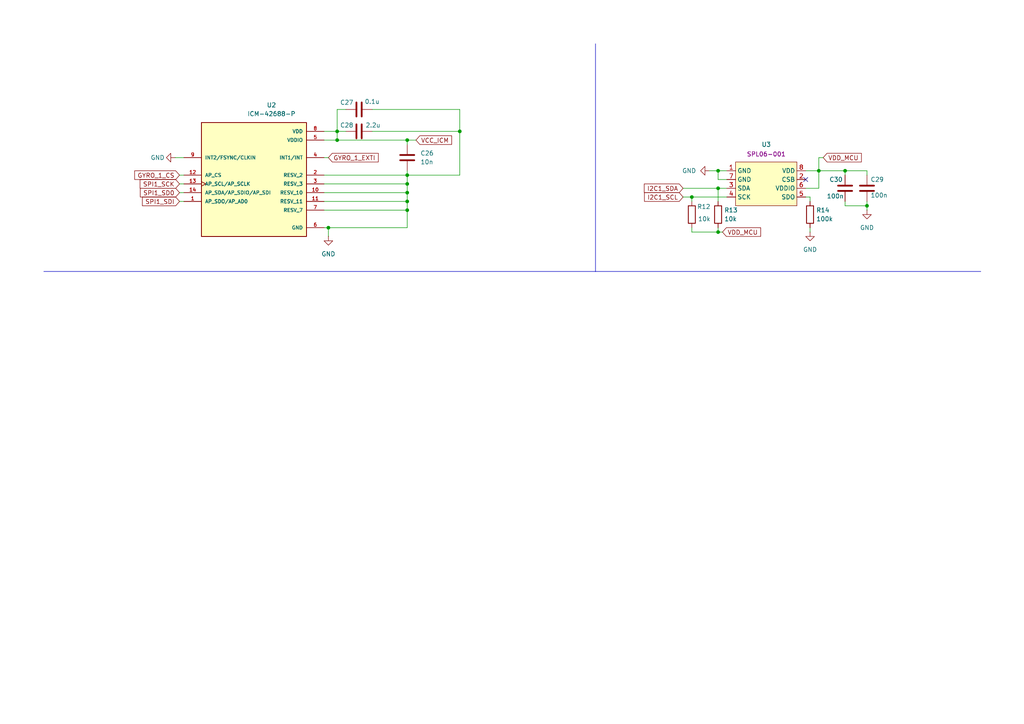
<source format=kicad_sch>
(kicad_sch (version 20250114) (generator "eeschema") (generator_version "9.0")
  (paper "A4")
  (lib_symbols
    (symbol "Device:C" (pin_numbers (hide yes)) (pin_names (offset 0.254))
      (property "Reference" "C" (at 0.635 2.54 0))
      (property "Value" "C" (at 0.635 -2.54 0))
      (symbol "C_0_1"
        (polyline (pts (xy -2.032 0.762) (xy 2.032 0.762)) (stroke (width 0.508)))
        (polyline (pts (xy -2.032 -0.762) (xy 2.032 -0.762)) (stroke (width 0.508)))
      )
      (symbol "C_1_1"
        (pin passive line (at 0 3.81 270) (length 2.794) (name "~") (number "1"))
        (pin passive line (at 0 -3.81 90) (length 2.794) (name "~") (number "2"))
      )
    )
    (symbol "Device:R" (pin_numbers (hide yes)) (pin_names (offset 0))
      (property "Reference" "R" (at 2.032 0 90))
      (property "Value" "R" (at 0 0 90))
      (symbol "R_0_1"
        (rectangle (start -1.016 -2.54) (end 1.016 2.54) (stroke (width 0.254)))
      )
      (symbol "R_1_1"
        (pin passive line (at 0 3.81 270) (length 1.27) (name "~") (number "1"))
        (pin passive line (at 0 -3.81 90) (length 1.27) (name "~") (number "2"))
      )
    )
    (symbol "fcg4:ICM-42688-P" (pin_names (offset 1.016))
      (property "Reference" "U" (at -20.32 16.002 0))
      (property "Value" "ICM-42688-P" (at -20.32 -20.32 0))
      (symbol "ICM-42688-P_0_0"
        (rectangle (start -20.32 15.24) (end 10.16 -17.78) (stroke (width 0.254)) (fill (type background)))
        (pin bidirectional line (at -25.4 5.08 0) (length 5.08) (name "INT2/FSYNC/CLKIN") (number "9"))
        (pin input line (at -25.4 0 0) (length 5.08) (name "AP_CS") (number "12"))
        (pin input clock (at -25.4 -2.54 0) (length 5.08) (name "AP_SCL/AP_SCLK") (number "13"))
        (pin bidirectional line (at -25.4 -5.08 0) (length 5.08) (name "AP_SDA/AP_SDIO/AP_SDI") (number "14"))
        (pin bidirectional line (at -25.4 -7.62 0) (length 5.08) (name "AP_SDO/AP_AD0") (number "1"))
        (pin power_in line (at 15.24 12.7 180) (length 5.08) (name "VDD") (number "8"))
        (pin power_in line (at 15.24 10.16 180) (length 5.08) (name "VDDIO") (number "5"))
        (pin output line (at 15.24 5.08 180) (length 5.08) (name "INT1/INT") (number "4"))
        (pin passive line (at 15.24 0 180) (length 5.08) (name "RESV_2") (number "2"))
        (pin passive line (at 15.24 -2.54 180) (length 5.08) (name "RESV_3") (number "3"))
        (pin passive line (at 15.24 -5.08 180) (length 5.08) (name "RESV_10") (number "10"))
        (pin passive line (at 15.24 -7.62 180) (length 5.08) (name "RESV_11") (number "11"))
        (pin passive line (at 15.24 -10.16 180) (length 5.08) (name "RESV_7") (number "7"))
        (pin power_in line (at 15.24 -15.24 180) (length 5.08) (name "GND") (number "6"))
      )
    )
    (symbol "fcg4:SPL06-001"
      (property "Reference" "U" (at 0 0 0))
      (symbol "SPL06-001_1_0"
        (rectangle (start -8.89 6.35) (end 8.89 -6.35) (fill (type background)))
        (pin unspecified line (at -11.43 3.81 0) (length 2.54) (name "GND") (number "1"))
        (pin unspecified line (at -11.43 1.27 0) (length 2.54) (name "GND") (number "7"))
        (pin unspecified line (at -11.43 -1.27 0) (length 2.54) (name "SDA") (number "3"))
        (pin unspecified line (at -11.43 -3.81 0) (length 2.54) (name "SCK") (number "4"))
        (pin unspecified line (at 11.43 3.81 180) (length 2.54) (name "VDD") (number "8"))
        (pin unspecified line (at 11.43 1.27 180) (length 2.54) (name "CSB") (number "2"))
        (pin unspecified line (at 11.43 -1.27 180) (length 2.54) (name "VDDIO") (number "6"))
        (pin unspecified line (at 11.43 -3.81 180) (length 2.54) (name "SDO") (number "5"))
      )
    )
    (symbol "power:GND" (power) (pin_numbers (hide yes)) (pin_names (offset 0) (hide yes))
      (property "Value" "GND" (at 0 -3.81 0))
      (symbol "GND_0_1"
        (polyline (pts (xy 0 0) (xy 0 -1.27) (xy 1.27 -1.27) (xy 0 -2.54) (xy -1.27 -1.27) (xy 0 -1.27)))
      )
      (symbol "GND_1_1"
        (pin power_in line (at 0 0 270) (length 0) (name "~") (number "1"))
      )
    )
  )
  (junction (at 97.79 40.64))
  (junction (at 95.25 66.04))
  (junction (at 208.28 67.31))
  (junction (at 245.11 49.53))
  (junction (at 118.11 58.42))
  (junction (at 208.28 49.53))
  (junction (at 133.35 38.1))
  (junction (at 118.11 55.88))
  (junction (at 200.66 57.15))
  (junction (at 118.11 50.8))
  (junction (at 118.11 60.96))
  (junction (at 118.11 40.64))
  (junction (at 118.11 53.34))
  (junction (at 208.28 54.61))
  (junction (at 251.46 59.69))
  (junction (at 97.79 38.1))
  (junction (at 237.49 49.53))
  (no_connect (at 233.68 52.07))
  (wire (pts (xy 95.25 66.04) (xy 93.98 66.04)))
  (wire (pts (xy 198.12 54.61) (xy 208.28 54.61)))
  (wire (pts (xy 93.98 55.88) (xy 118.11 55.88)))
  (wire (pts (xy 234.95 58.42) (xy 234.95 57.15)))
  (wire (pts (xy 52.07 55.88) (xy 53.34 55.88)))
  (wire (pts (xy 251.46 58.42) (xy 251.46 59.69)))
  (wire (pts (xy 93.98 50.8) (xy 118.11 50.8)))
  (wire (pts (xy 118.11 53.34) (xy 118.11 55.88)))
  (wire (pts (xy 97.79 38.1) (xy 100.33 38.1)))
  (wire (pts (xy 118.11 55.88) (xy 118.11 58.42)))
  (wire (pts (xy 237.49 49.53) (xy 245.11 49.53)))
  (wire (pts (xy 234.95 57.15) (xy 233.68 57.15)))
  (wire (pts (xy 118.11 50.8) (xy 118.11 53.34)))
  (wire (pts (xy 118.11 58.42) (xy 118.11 60.96)))
  (wire (pts (xy 93.98 60.96) (xy 118.11 60.96)))
  (wire (pts (xy 233.68 54.61) (xy 237.49 54.61)))
  (wire (pts (xy 208.28 66.04) (xy 208.28 67.31)))
  (wire (pts (xy 251.46 50.8) (xy 251.46 49.53)))
  (wire (pts (xy 245.11 58.42) (xy 245.11 59.69)))
  (wire (pts (xy 245.11 59.69) (xy 251.46 59.69)))
  (wire (pts (xy 107.95 31.75) (xy 133.35 31.75)))
  (wire (pts (xy 208.28 54.61) (xy 210.82 54.61)))
  (wire (pts (xy 133.35 50.8) (xy 118.11 50.8)))
  (wire (pts (xy 245.11 50.8) (xy 245.11 49.53)))
  (wire (pts (xy 210.82 52.07) (xy 208.28 52.07)))
  (wire (pts (xy 200.66 67.31) (xy 208.28 67.31)))
  (polyline (pts (xy 12.7 78.74) (xy 172.72 78.74)))
  (wire (pts (xy 208.28 49.53) (xy 210.82 49.53)))
  (wire (pts (xy 200.66 57.15) (xy 200.66 58.42)))
  (wire (pts (xy 237.49 49.53) (xy 237.49 45.72)))
  (wire (pts (xy 233.68 49.53) (xy 237.49 49.53)))
  (wire (pts (xy 97.79 38.1) (xy 97.79 40.64)))
  (wire (pts (xy 208.28 52.07) (xy 208.28 49.53)))
  (wire (pts (xy 100.33 31.75) (xy 97.79 31.75)))
  (wire (pts (xy 50.8 45.72) (xy 53.34 45.72)))
  (wire (pts (xy 198.12 57.15) (xy 200.66 57.15)))
  (wire (pts (xy 200.66 66.04) (xy 200.66 67.31)))
  (wire (pts (xy 93.98 38.1) (xy 97.79 38.1)))
  (wire (pts (xy 93.98 58.42) (xy 118.11 58.42)))
  (wire (pts (xy 97.79 31.75) (xy 97.79 38.1)))
  (wire (pts (xy 118.11 49.53) (xy 118.11 50.8)))
  (wire (pts (xy 97.79 40.64) (xy 118.11 40.64)))
  (wire (pts (xy 52.07 58.42) (xy 53.34 58.42)))
  (wire (pts (xy 93.98 40.64) (xy 97.79 40.64)))
  (wire (pts (xy 208.28 54.61) (xy 208.28 58.42)))
  (wire (pts (xy 208.28 67.31) (xy 209.55 67.31)))
  (wire (pts (xy 118.11 40.64) (xy 118.11 41.91)))
  (wire (pts (xy 200.66 57.15) (xy 210.82 57.15)))
  (wire (pts (xy 93.98 53.34) (xy 118.11 53.34)))
  (wire (pts (xy 237.49 45.72) (xy 238.76 45.72)))
  (wire (pts (xy 52.07 50.8) (xy 53.34 50.8)))
  (wire (pts (xy 133.35 38.1) (xy 133.35 50.8)))
  (wire (pts (xy 133.35 31.75) (xy 133.35 38.1)))
  (polyline (pts (xy 172.72 78.74) (xy 284.48 78.74)))
  (wire (pts (xy 93.98 45.72) (xy 95.25 45.72)))
  (wire (pts (xy 118.11 66.04) (xy 95.25 66.04)))
  (wire (pts (xy 234.95 66.04) (xy 234.95 67.31)))
  (wire (pts (xy 237.49 54.61) (xy 237.49 49.53)))
  (wire (pts (xy 118.11 40.64) (xy 120.65 40.64)))
  (wire (pts (xy 118.11 60.96) (xy 118.11 66.04)))
  (wire (pts (xy 245.11 49.53) (xy 251.46 49.53)))
  (wire (pts (xy 251.46 59.69) (xy 251.46 60.96)))
  (wire (pts (xy 95.25 68.58) (xy 95.25 66.04)))
  (polyline (pts (xy 172.72 12.7) (xy 172.72 78.74)))
  (wire (pts (xy 107.95 38.1) (xy 133.35 38.1)))
  (wire (pts (xy 205.74 49.53) (xy 208.28 49.53)))
  (wire (pts (xy 52.07 53.34) (xy 53.34 53.34)))
  (global_label "SPI1_SDI" (shape input) (at 52.07 58.42 180) (property "Intersheetrefs" "${INTERSHEET_REFS}" (effects (hide yes))))
  (global_label "VCC_ICM" (shape input) (at 120.65 40.64 0) (property "Intersheetrefs" "${INTERSHEET_REFS}" (effects (hide yes))))
  (global_label "GYRO_1_CS" (shape input) (at 52.07 50.8 180) (property "Intersheetrefs" "${INTERSHEET_REFS}" (effects (hide yes))))
  (global_label "SPI1_SCK" (shape input) (at 52.07 53.34 180) (property "Intersheetrefs" "${INTERSHEET_REFS}" (effects (hide yes))))
  (global_label "VDD_MCU" (shape input) (at 238.76 45.72 0) (property "Intersheetrefs" "${INTERSHEET_REFS}" (effects (hide yes))))
  (global_label "GYRO_1_EXTI" (shape input) (at 95.25 45.72 0) (property "Intersheetrefs" "${INTERSHEET_REFS}" (effects (hide yes))))
  (global_label "I2C1_SDA" (shape input) (at 198.12 54.61 180) (property "Intersheetrefs" "${INTERSHEET_REFS}" (effects (hide yes))))
  (global_label "VDD_MCU" (shape input) (at 209.55 67.31 0) (property "Intersheetrefs" "${INTERSHEET_REFS}" (effects (hide yes))))
  (global_label "I2C1_SCL" (shape input) (at 198.12 57.15 180) (property "Intersheetrefs" "${INTERSHEET_REFS}" (effects (hide yes))))
  (global_label "SPI1_SD0" (shape input) (at 52.07 55.88 180) (property "Intersheetrefs" "${INTERSHEET_REFS}" (effects (hide yes))))
  (symbol (lib_id "Device:R") (at 208.28 62.23 0) (unit 1)
    (property "Reference" "R13" (at 210.058 60.96 0) (effects (justify left)))
    (property "Value" "10k" (at 210.058 63.5 0) (effects (justify left)))
    (property "Description" "Resistor" (effects (hide yes)))
  )
  (symbol (lib_id "fcg4:ICM-42688-P") (at 78.74 50.8 0) (unit 1)
    (property "Reference" "U2" (at 78.74 30.48 0))
    (property "Value" "ICM-42688-P" (at 78.74 33.02 0))
    (property "Footprint" "fcg4_fp:PQFN50P300X250X97-14N" (effects (hide yes)))
    (property "DigiKey_Part_Number" "1428-ICM-42688-PCT-ND" (effects (hide yes)))
    (property "SnapEDA_Link" "https://www.snapeda.com/parts/ICM-42688-P/TDK+InvenSense/view-part/?ref=snap" (effects (hide yes)))
    (property "MAXIMUM_PACKAGE_HEIGHT" "0.97mm" (effects (hide yes)))
    (property "Package" "LGA-14 TDK InvenSense" (effects (hide yes)))
    (property "Check_prices" "https://www.snapeda.com/parts/ICM-42688-P/TDK+InvenSense/view-part/?ref=eda" (effects (hide yes)))
    (property "STANDARD" "IPC-7351B" (effects (hide yes)))
    (property "PARTREV" "1.2" (effects (hide yes)))
    (property "MF" "TDK InvenSense" (effects (hide yes)))
    (property "MP" "ICM-42688-P" (effects (hide yes)))
    (property "Description_1" "Accelerometer, Gyroscope, 6 Axis Sensor - Output" (effects (hide yes)))
    (property "MANUFACTURER" "TDK InvenSense" (effects (hide yes)))
  )
  (symbol (lib_id "Device:R") (at 200.66 62.23 0) (unit 1)
    (property "Reference" "R12" (at 202.184 59.944 0) (effects (justify left)))
    (property "Value" "10k" (at 202.438 63.5 0) (effects (justify left)))
    (property "Description" "Resistor" (effects (hide yes)))
  )
  (symbol (lib_id "Device:C") (at 104.14 31.75 90) (unit 1)
    (property "Reference" "C27" (at 100.584 29.718 90))
    (property "Value" "0.1u" (at 107.95 29.464 90))
    (property "Description" "Unpolarized capacitor" (effects (hide yes)))
  )
  (symbol (lib_id "power:GND") (at 205.74 49.53 270) (unit 1)
    (property "Reference" "#PWR021" (effects (hide yes)))
    (property "Value" "GND" (at 201.93 49.5299 90) (effects (justify right)))
    (property "Description" "Power symbol creates a global label with name \"GND\" , ground" (effects (hide yes)))
  )
  (symbol (lib_id "power:GND") (at 50.8 45.72 270) (unit 1)
    (property "Reference" "#PWR020" (effects (hide yes)))
    (property "Value" "GND" (at 47.752 45.72 90) (effects (justify right)))
    (property "Description" "Power symbol creates a global label with name \"GND\" , ground" (effects (hide yes)))
  )
  (symbol (lib_id "Device:R") (at 234.95 62.23 0) (unit 1)
    (property "Reference" "R14" (at 236.728 60.96 0) (effects (justify left)))
    (property "Value" "100k" (at 236.728 63.5 0) (effects (justify left)))
    (property "Description" "Resistor" (effects (hide yes)))
  )
  (symbol (lib_id "Device:C") (at 104.14 38.1 90) (unit 1)
    (property "Reference" "C28" (at 100.584 36.322 90))
    (property "Value" "2.2u" (at 108.204 36.322 90))
    (property "Description" "Unpolarized capacitor" (effects (hide yes)))
  )
  (symbol (lib_id "Device:C") (at 251.46 54.61 180) (unit 1)
    (property "Reference" "C29" (at 252.476 52.07 0) (effects (justify right)))
    (property "Value" "100n" (at 252.476 56.642 0) (effects (justify right)))
    (property "Description" "Unpolarized capacitor" (effects (hide yes)))
  )
  (symbol (lib_id "Device:C") (at 118.11 45.72 0) (unit 1)
    (property "Reference" "C26" (at 121.92 44.4499 0) (effects (justify left)))
    (property "Value" "10n" (at 121.92 46.9899 0) (effects (justify left)))
    (property "Description" "Unpolarized capacitor" (effects (hide yes)))
  )
  (symbol (lib_id "fcg4:SPL06-001") (at 222.25 53.34 0) (unit 1)
    (property "Reference" "U3" (at 222.25 41.91 0))
    (property "Footprint" "ProLib_pcs_2026-02-12:SENSOR-SMD_SPL06-001" (effects (hide yes)))
    (property "Datasheet" "https://item.szlcsc.com/datasheet/SPL06-001/2782076.html" (effects (hide yes)))
    (property "Description" "Pressure range:30Kpa~1.1bar Pressure range:30Kpa~1.1bar Voltage - Supply:1.7V~3.6V Voltage - Supply:1.7V~3.6V Standby Current:1uA Interface:I2C；SPI Operating Temperature:-40°C~+85°C Operating Temperature:-40°C~+85°C Absolute Accuracy:1hpa Relative Accuracy:0." (effects (hide yes)))
    (property "Manufacturer Part" "SPL06-001" (at 222.25 44.704 0))
    (property "Manufacturer" "Goertek(歌尔)" (effects (hide yes)))
    (property "Supplier Part" "C2684428" (effects (hide yes)))
    (property "Supplier" "LCSC" (effects (hide yes)))
    (property "LCSC Part Name" "普通气压传感器 停产" (effects (hide yes)))
  )
  (symbol (lib_id "power:GND") (at 251.46 60.96 0) (unit 1)
    (property "Reference" "#PWR022" (effects (hide yes)))
    (property "Value" "GND" (at 251.46 66.04 0))
    (property "Description" "Power symbol creates a global label with name \"GND\" , ground" (effects (hide yes)))
  )
  (symbol (lib_id "power:GND") (at 234.95 67.31 0) (unit 1)
    (property "Reference" "#PWR023" (effects (hide yes)))
    (property "Value" "GND" (at 234.95 72.39 0))
    (property "Description" "Power symbol creates a global label with name \"GND\" , ground" (effects (hide yes)))
  )
  (symbol (lib_id "power:GND") (at 95.25 68.58 0) (unit 1)
    (property "Reference" "#PWR019" (effects (hide yes)))
    (property "Value" "GND" (at 95.25 73.66 0))
    (property "Description" "Power symbol creates a global label with name \"GND\" , ground" (effects (hide yes)))
  )
  (symbol (lib_id "Device:C") (at 245.11 54.61 180) (unit 1)
    (property "Reference" "C30" (at 240.538 52.07 0) (effects (justify right)))
    (property "Value" "100n" (at 239.776 56.896 0) (effects (justify right)))
    (property "Description" "Unpolarized capacitor" (effects (hide yes)))
  )
)
</source>
